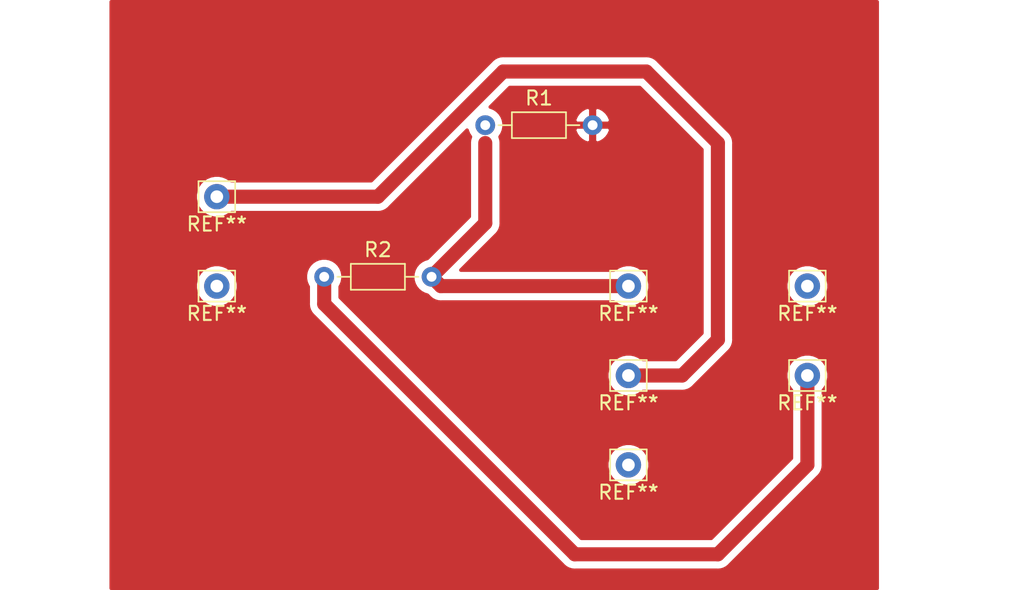
<source format=kicad_pcb>
(kicad_pcb (version 20171130) (host pcbnew "(5.1.4)-1")

  (general
    (thickness 1.6)
    (drawings 0)
    (tracks 16)
    (zones 0)
    (modules 9)
    (nets 4)
  )

  (page A4)
  (layers
    (0 F.Cu signal)
    (31 B.Cu signal)
    (32 B.Adhes user)
    (33 F.Adhes user)
    (34 B.Paste user)
    (35 F.Paste user)
    (36 B.SilkS user)
    (37 F.SilkS user)
    (38 B.Mask user)
    (39 F.Mask user)
    (40 Dwgs.User user)
    (41 Cmts.User user)
    (42 Eco1.User user)
    (43 Eco2.User user)
    (44 Edge.Cuts user)
    (45 Margin user)
    (46 B.CrtYd user)
    (47 F.CrtYd user)
    (48 B.Fab user)
    (49 F.Fab user)
  )

  (setup
    (last_trace_width 1)
    (user_trace_width 1)
    (trace_clearance 0.2)
    (zone_clearance 0.508)
    (zone_45_only no)
    (trace_min 0.2)
    (via_size 0.8)
    (via_drill 0.4)
    (via_min_size 0.4)
    (via_min_drill 0.3)
    (uvia_size 0.3)
    (uvia_drill 0.1)
    (uvias_allowed no)
    (uvia_min_size 0.2)
    (uvia_min_drill 0.1)
    (edge_width 0.05)
    (segment_width 0.2)
    (pcb_text_width 0.3)
    (pcb_text_size 1.5 1.5)
    (mod_edge_width 0.12)
    (mod_text_size 1 1)
    (mod_text_width 0.15)
    (pad_size 1.524 1.524)
    (pad_drill 0.762)
    (pad_to_mask_clearance 0.051)
    (solder_mask_min_width 0.25)
    (aux_axis_origin 0 0)
    (visible_elements FFFFFF7F)
    (pcbplotparams
      (layerselection 0x010fc_ffffffff)
      (usegerberextensions false)
      (usegerberattributes false)
      (usegerberadvancedattributes false)
      (creategerberjobfile false)
      (excludeedgelayer true)
      (linewidth 0.100000)
      (plotframeref false)
      (viasonmask false)
      (mode 1)
      (useauxorigin false)
      (hpglpennumber 1)
      (hpglpenspeed 20)
      (hpglpendiameter 15.000000)
      (psnegative false)
      (psa4output false)
      (plotreference true)
      (plotvalue true)
      (plotinvisibletext false)
      (padsonsilk false)
      (subtractmaskfromsilk false)
      (outputformat 1)
      (mirror false)
      (drillshape 1)
      (scaleselection 1)
      (outputdirectory ""))
  )

  (net 0 "")
  (net 1 Earth)
  (net 2 "Net-(R1-Pad1)")
  (net 3 "Net-(R2-Pad1)")

  (net_class Default "Esta es la clase de red por defecto."
    (clearance 0.2)
    (trace_width 0.25)
    (via_dia 0.8)
    (via_drill 0.4)
    (uvia_dia 0.3)
    (uvia_drill 0.1)
    (add_net Earth)
    (add_net "Net-(R1-Pad1)")
    (add_net "Net-(R2-Pad1)")
  )

  (module Connector_Pin:Pin_D0.9mm_L10.0mm_W2.4mm_FlatFork (layer F.Cu) (tedit 5A1DC084) (tstamp 5DB9C3DD)
    (at 153.67 91.44)
    (descr "solder Pin_ with flat fork, hole diameter 0.9mm, length 10.0mm, width 2.4mm")
    (tags "solder Pin_ with flat fork")
    (fp_text reference REF** (at 0 1.95) (layer F.SilkS)
      (effects (font (size 1 1) (thickness 0.15)))
    )
    (fp_text value Pin_D0.9mm_L10.0mm_W2.4mm_FlatFork (at 0 -2.05) (layer F.Fab)
      (effects (font (size 1 1) (thickness 0.15)))
    )
    (fp_line (start 1.7 1.4) (end -1.7 1.4) (layer F.CrtYd) (width 0.05))
    (fp_line (start 1.7 1.4) (end 1.7 -1.4) (layer F.CrtYd) (width 0.05))
    (fp_line (start -1.7 -1.4) (end -1.7 1.4) (layer F.CrtYd) (width 0.05))
    (fp_line (start -1.7 -1.4) (end 1.7 -1.4) (layer F.CrtYd) (width 0.05))
    (fp_line (start 1.2 -0.25) (end -1.2 -0.25) (layer F.Fab) (width 0.12))
    (fp_line (start 1.2 0.25) (end 1.2 -0.25) (layer F.Fab) (width 0.12))
    (fp_line (start -1.2 0.25) (end 1.2 0.25) (layer F.Fab) (width 0.12))
    (fp_line (start -1.2 -0.25) (end -1.2 0.25) (layer F.Fab) (width 0.12))
    (fp_line (start 1.3 -1.1) (end -1.3 -1.1) (layer F.SilkS) (width 0.12))
    (fp_line (start 1.3 1.1) (end 1.3 -1.1) (layer F.SilkS) (width 0.12))
    (fp_line (start -1.3 1.1) (end 1.3 1.1) (layer F.SilkS) (width 0.12))
    (fp_line (start -1.3 0.6) (end -1.3 1.1) (layer F.SilkS) (width 0.12))
    (fp_line (start -1.3 -1.1) (end -1.3 0.6) (layer F.SilkS) (width 0.12))
    (fp_text user %R (at 0 1.95) (layer F.Fab)
      (effects (font (size 1 1) (thickness 0.15)))
    )
    (pad 1 thru_hole circle (at 0 0) (size 1.8 1.8) (drill 0.9) (layers *.Cu *.Mask))
    (model ${KISYS3DMOD}/Connector_Pin.3dshapes/Pin_D0.9mm_L10.0mm_W2.4mm_FlatFork.wrl
      (at (xyz 0 0 0))
      (scale (xyz 1 1 1))
      (rotate (xyz 0 0 0))
    )
  )

  (module Connector_Pin:Pin_D0.9mm_L10.0mm_W2.4mm_FlatFork (layer F.Cu) (tedit 5A1DC084) (tstamp 5DB9C394)
    (at 153.67 85.09)
    (descr "solder Pin_ with flat fork, hole diameter 0.9mm, length 10.0mm, width 2.4mm")
    (tags "solder Pin_ with flat fork")
    (fp_text reference REF** (at 0 1.95) (layer F.SilkS)
      (effects (font (size 1 1) (thickness 0.15)))
    )
    (fp_text value Pin_D0.9mm_L10.0mm_W2.4mm_FlatFork (at 0 -2.05) (layer F.Fab)
      (effects (font (size 1 1) (thickness 0.15)))
    )
    (fp_line (start 1.7 1.4) (end -1.7 1.4) (layer F.CrtYd) (width 0.05))
    (fp_line (start 1.7 1.4) (end 1.7 -1.4) (layer F.CrtYd) (width 0.05))
    (fp_line (start -1.7 -1.4) (end -1.7 1.4) (layer F.CrtYd) (width 0.05))
    (fp_line (start -1.7 -1.4) (end 1.7 -1.4) (layer F.CrtYd) (width 0.05))
    (fp_line (start 1.2 -0.25) (end -1.2 -0.25) (layer F.Fab) (width 0.12))
    (fp_line (start 1.2 0.25) (end 1.2 -0.25) (layer F.Fab) (width 0.12))
    (fp_line (start -1.2 0.25) (end 1.2 0.25) (layer F.Fab) (width 0.12))
    (fp_line (start -1.2 -0.25) (end -1.2 0.25) (layer F.Fab) (width 0.12))
    (fp_line (start 1.3 -1.1) (end -1.3 -1.1) (layer F.SilkS) (width 0.12))
    (fp_line (start 1.3 1.1) (end 1.3 -1.1) (layer F.SilkS) (width 0.12))
    (fp_line (start -1.3 1.1) (end 1.3 1.1) (layer F.SilkS) (width 0.12))
    (fp_line (start -1.3 0.6) (end -1.3 1.1) (layer F.SilkS) (width 0.12))
    (fp_line (start -1.3 -1.1) (end -1.3 0.6) (layer F.SilkS) (width 0.12))
    (fp_text user %R (at 0 1.95) (layer F.Fab)
      (effects (font (size 1 1) (thickness 0.15)))
    )
    (pad 1 thru_hole circle (at 0 0) (size 1.8 1.8) (drill 0.9) (layers *.Cu *.Mask))
    (model ${KISYS3DMOD}/Connector_Pin.3dshapes/Pin_D0.9mm_L10.0mm_W2.4mm_FlatFork.wrl
      (at (xyz 0 0 0))
      (scale (xyz 1 1 1))
      (rotate (xyz 0 0 0))
    )
  )

  (module Connector_Pin:Pin_D0.9mm_L10.0mm_W2.4mm_FlatFork (layer F.Cu) (tedit 5A1DC084) (tstamp 5DB9C128)
    (at 182.88 97.79)
    (descr "solder Pin_ with flat fork, hole diameter 0.9mm, length 10.0mm, width 2.4mm")
    (tags "solder Pin_ with flat fork")
    (fp_text reference REF** (at 0 1.95) (layer F.SilkS)
      (effects (font (size 1 1) (thickness 0.15)))
    )
    (fp_text value Pin_D0.9mm_L10.0mm_W2.4mm_FlatFork (at 0 -2.05) (layer F.Fab)
      (effects (font (size 1 1) (thickness 0.15)))
    )
    (fp_text user %R (at 0 1.95) (layer F.Fab)
      (effects (font (size 1 1) (thickness 0.15)))
    )
    (fp_line (start -1.3 -1.1) (end -1.3 0.6) (layer F.SilkS) (width 0.12))
    (fp_line (start -1.3 0.6) (end -1.3 1.1) (layer F.SilkS) (width 0.12))
    (fp_line (start -1.3 1.1) (end 1.3 1.1) (layer F.SilkS) (width 0.12))
    (fp_line (start 1.3 1.1) (end 1.3 -1.1) (layer F.SilkS) (width 0.12))
    (fp_line (start 1.3 -1.1) (end -1.3 -1.1) (layer F.SilkS) (width 0.12))
    (fp_line (start -1.2 -0.25) (end -1.2 0.25) (layer F.Fab) (width 0.12))
    (fp_line (start -1.2 0.25) (end 1.2 0.25) (layer F.Fab) (width 0.12))
    (fp_line (start 1.2 0.25) (end 1.2 -0.25) (layer F.Fab) (width 0.12))
    (fp_line (start 1.2 -0.25) (end -1.2 -0.25) (layer F.Fab) (width 0.12))
    (fp_line (start -1.7 -1.4) (end 1.7 -1.4) (layer F.CrtYd) (width 0.05))
    (fp_line (start -1.7 -1.4) (end -1.7 1.4) (layer F.CrtYd) (width 0.05))
    (fp_line (start 1.7 1.4) (end 1.7 -1.4) (layer F.CrtYd) (width 0.05))
    (fp_line (start 1.7 1.4) (end -1.7 1.4) (layer F.CrtYd) (width 0.05))
    (pad 1 thru_hole circle (at 0 0) (size 1.8 1.8) (drill 0.9) (layers *.Cu *.Mask))
    (model ${KISYS3DMOD}/Connector_Pin.3dshapes/Pin_D0.9mm_L10.0mm_W2.4mm_FlatFork.wrl
      (at (xyz 0 0 0))
      (scale (xyz 1 1 1))
      (rotate (xyz 0 0 0))
    )
  )

  (module Connector_Pin:Pin_D0.9mm_L10.0mm_W2.4mm_FlatFork (layer F.Cu) (tedit 5A1DC084) (tstamp 5DB9C116)
    (at 182.88 91.44)
    (descr "solder Pin_ with flat fork, hole diameter 0.9mm, length 10.0mm, width 2.4mm")
    (tags "solder Pin_ with flat fork")
    (fp_text reference REF** (at 0 1.95) (layer F.SilkS)
      (effects (font (size 1 1) (thickness 0.15)))
    )
    (fp_text value Pin_D0.9mm_L10.0mm_W2.4mm_FlatFork (at 0 -2.05) (layer F.Fab)
      (effects (font (size 1 1) (thickness 0.15)))
    )
    (fp_text user %R (at 0 1.95) (layer F.Fab)
      (effects (font (size 1 1) (thickness 0.15)))
    )
    (fp_line (start -1.3 -1.1) (end -1.3 0.6) (layer F.SilkS) (width 0.12))
    (fp_line (start -1.3 0.6) (end -1.3 1.1) (layer F.SilkS) (width 0.12))
    (fp_line (start -1.3 1.1) (end 1.3 1.1) (layer F.SilkS) (width 0.12))
    (fp_line (start 1.3 1.1) (end 1.3 -1.1) (layer F.SilkS) (width 0.12))
    (fp_line (start 1.3 -1.1) (end -1.3 -1.1) (layer F.SilkS) (width 0.12))
    (fp_line (start -1.2 -0.25) (end -1.2 0.25) (layer F.Fab) (width 0.12))
    (fp_line (start -1.2 0.25) (end 1.2 0.25) (layer F.Fab) (width 0.12))
    (fp_line (start 1.2 0.25) (end 1.2 -0.25) (layer F.Fab) (width 0.12))
    (fp_line (start 1.2 -0.25) (end -1.2 -0.25) (layer F.Fab) (width 0.12))
    (fp_line (start -1.7 -1.4) (end 1.7 -1.4) (layer F.CrtYd) (width 0.05))
    (fp_line (start -1.7 -1.4) (end -1.7 1.4) (layer F.CrtYd) (width 0.05))
    (fp_line (start 1.7 1.4) (end 1.7 -1.4) (layer F.CrtYd) (width 0.05))
    (fp_line (start 1.7 1.4) (end -1.7 1.4) (layer F.CrtYd) (width 0.05))
    (pad 1 thru_hole circle (at 0 0) (size 1.8 1.8) (drill 0.9) (layers *.Cu *.Mask))
    (model ${KISYS3DMOD}/Connector_Pin.3dshapes/Pin_D0.9mm_L10.0mm_W2.4mm_FlatFork.wrl
      (at (xyz 0 0 0))
      (scale (xyz 1 1 1))
      (rotate (xyz 0 0 0))
    )
  )

  (module Connector_Pin:Pin_D0.9mm_L10.0mm_W2.4mm_FlatFork (layer F.Cu) (tedit 5A1DC084) (tstamp 5DB9C104)
    (at 195.58 91.44)
    (descr "solder Pin_ with flat fork, hole diameter 0.9mm, length 10.0mm, width 2.4mm")
    (tags "solder Pin_ with flat fork")
    (fp_text reference REF** (at 0 1.95) (layer F.SilkS)
      (effects (font (size 1 1) (thickness 0.15)))
    )
    (fp_text value Pin_D0.9mm_L10.0mm_W2.4mm_FlatFork (at 0 -2.05) (layer F.Fab)
      (effects (font (size 1 1) (thickness 0.15)))
    )
    (fp_text user %R (at 0 1.95) (layer F.Fab)
      (effects (font (size 1 1) (thickness 0.15)))
    )
    (fp_line (start -1.3 -1.1) (end -1.3 0.6) (layer F.SilkS) (width 0.12))
    (fp_line (start -1.3 0.6) (end -1.3 1.1) (layer F.SilkS) (width 0.12))
    (fp_line (start -1.3 1.1) (end 1.3 1.1) (layer F.SilkS) (width 0.12))
    (fp_line (start 1.3 1.1) (end 1.3 -1.1) (layer F.SilkS) (width 0.12))
    (fp_line (start 1.3 -1.1) (end -1.3 -1.1) (layer F.SilkS) (width 0.12))
    (fp_line (start -1.2 -0.25) (end -1.2 0.25) (layer F.Fab) (width 0.12))
    (fp_line (start -1.2 0.25) (end 1.2 0.25) (layer F.Fab) (width 0.12))
    (fp_line (start 1.2 0.25) (end 1.2 -0.25) (layer F.Fab) (width 0.12))
    (fp_line (start 1.2 -0.25) (end -1.2 -0.25) (layer F.Fab) (width 0.12))
    (fp_line (start -1.7 -1.4) (end 1.7 -1.4) (layer F.CrtYd) (width 0.05))
    (fp_line (start -1.7 -1.4) (end -1.7 1.4) (layer F.CrtYd) (width 0.05))
    (fp_line (start 1.7 1.4) (end 1.7 -1.4) (layer F.CrtYd) (width 0.05))
    (fp_line (start 1.7 1.4) (end -1.7 1.4) (layer F.CrtYd) (width 0.05))
    (pad 1 thru_hole circle (at 0 0) (size 1.8 1.8) (drill 0.9) (layers *.Cu *.Mask))
    (model ${KISYS3DMOD}/Connector_Pin.3dshapes/Pin_D0.9mm_L10.0mm_W2.4mm_FlatFork.wrl
      (at (xyz 0 0 0))
      (scale (xyz 1 1 1))
      (rotate (xyz 0 0 0))
    )
  )

  (module Connector_Pin:Pin_D0.9mm_L10.0mm_W2.4mm_FlatFork (layer F.Cu) (tedit 5A1DC084) (tstamp 5DB9C0F2)
    (at 182.88 104.14)
    (descr "solder Pin_ with flat fork, hole diameter 0.9mm, length 10.0mm, width 2.4mm")
    (tags "solder Pin_ with flat fork")
    (fp_text reference REF** (at 0 1.95) (layer F.SilkS)
      (effects (font (size 1 1) (thickness 0.15)))
    )
    (fp_text value Pin_D0.9mm_L10.0mm_W2.4mm_FlatFork (at 0 -2.05) (layer F.Fab)
      (effects (font (size 1 1) (thickness 0.15)))
    )
    (fp_text user %R (at 0 1.95) (layer F.Fab)
      (effects (font (size 1 1) (thickness 0.15)))
    )
    (fp_line (start -1.3 -1.1) (end -1.3 0.6) (layer F.SilkS) (width 0.12))
    (fp_line (start -1.3 0.6) (end -1.3 1.1) (layer F.SilkS) (width 0.12))
    (fp_line (start -1.3 1.1) (end 1.3 1.1) (layer F.SilkS) (width 0.12))
    (fp_line (start 1.3 1.1) (end 1.3 -1.1) (layer F.SilkS) (width 0.12))
    (fp_line (start 1.3 -1.1) (end -1.3 -1.1) (layer F.SilkS) (width 0.12))
    (fp_line (start -1.2 -0.25) (end -1.2 0.25) (layer F.Fab) (width 0.12))
    (fp_line (start -1.2 0.25) (end 1.2 0.25) (layer F.Fab) (width 0.12))
    (fp_line (start 1.2 0.25) (end 1.2 -0.25) (layer F.Fab) (width 0.12))
    (fp_line (start 1.2 -0.25) (end -1.2 -0.25) (layer F.Fab) (width 0.12))
    (fp_line (start -1.7 -1.4) (end 1.7 -1.4) (layer F.CrtYd) (width 0.05))
    (fp_line (start -1.7 -1.4) (end -1.7 1.4) (layer F.CrtYd) (width 0.05))
    (fp_line (start 1.7 1.4) (end 1.7 -1.4) (layer F.CrtYd) (width 0.05))
    (fp_line (start 1.7 1.4) (end -1.7 1.4) (layer F.CrtYd) (width 0.05))
    (pad 1 thru_hole circle (at 0 0) (size 1.8 1.8) (drill 0.9) (layers *.Cu *.Mask))
    (model ${KISYS3DMOD}/Connector_Pin.3dshapes/Pin_D0.9mm_L10.0mm_W2.4mm_FlatFork.wrl
      (at (xyz 0 0 0))
      (scale (xyz 1 1 1))
      (rotate (xyz 0 0 0))
    )
  )

  (module Connector_Pin:Pin_D0.9mm_L10.0mm_W2.4mm_FlatFork (layer F.Cu) (tedit 5A1DC084) (tstamp 5DB9C0E0)
    (at 195.58 97.79)
    (descr "solder Pin_ with flat fork, hole diameter 0.9mm, length 10.0mm, width 2.4mm")
    (tags "solder Pin_ with flat fork")
    (fp_text reference REF** (at 0 1.95) (layer F.SilkS)
      (effects (font (size 1 1) (thickness 0.15)))
    )
    (fp_text value Pin_D0.9mm_L10.0mm_W2.4mm_FlatFork (at 0 -2.05) (layer F.Fab)
      (effects (font (size 1 1) (thickness 0.15)))
    )
    (fp_text user %R (at 0 1.95) (layer F.Fab)
      (effects (font (size 1 1) (thickness 0.15)))
    )
    (fp_line (start -1.3 -1.1) (end -1.3 0.6) (layer F.SilkS) (width 0.12))
    (fp_line (start -1.3 0.6) (end -1.3 1.1) (layer F.SilkS) (width 0.12))
    (fp_line (start -1.3 1.1) (end 1.3 1.1) (layer F.SilkS) (width 0.12))
    (fp_line (start 1.3 1.1) (end 1.3 -1.1) (layer F.SilkS) (width 0.12))
    (fp_line (start 1.3 -1.1) (end -1.3 -1.1) (layer F.SilkS) (width 0.12))
    (fp_line (start -1.2 -0.25) (end -1.2 0.25) (layer F.Fab) (width 0.12))
    (fp_line (start -1.2 0.25) (end 1.2 0.25) (layer F.Fab) (width 0.12))
    (fp_line (start 1.2 0.25) (end 1.2 -0.25) (layer F.Fab) (width 0.12))
    (fp_line (start 1.2 -0.25) (end -1.2 -0.25) (layer F.Fab) (width 0.12))
    (fp_line (start -1.7 -1.4) (end 1.7 -1.4) (layer F.CrtYd) (width 0.05))
    (fp_line (start -1.7 -1.4) (end -1.7 1.4) (layer F.CrtYd) (width 0.05))
    (fp_line (start 1.7 1.4) (end 1.7 -1.4) (layer F.CrtYd) (width 0.05))
    (fp_line (start 1.7 1.4) (end -1.7 1.4) (layer F.CrtYd) (width 0.05))
    (pad 1 thru_hole circle (at 0 0) (size 1.8 1.8) (drill 0.9) (layers *.Cu *.Mask))
    (model ${KISYS3DMOD}/Connector_Pin.3dshapes/Pin_D0.9mm_L10.0mm_W2.4mm_FlatFork.wrl
      (at (xyz 0 0 0))
      (scale (xyz 1 1 1))
      (rotate (xyz 0 0 0))
    )
  )

  (module Resistor_THT:R_Axial_DIN0204_L3.6mm_D1.6mm_P7.62mm_Horizontal (layer F.Cu) (tedit 5AE5139B) (tstamp 5DB9C25C)
    (at 161.29 90.78)
    (descr "Resistor, Axial_DIN0204 series, Axial, Horizontal, pin pitch=7.62mm, 0.167W, length*diameter=3.6*1.6mm^2, http://cdn-reichelt.de/documents/datenblatt/B400/1_4W%23YAG.pdf")
    (tags "Resistor Axial_DIN0204 series Axial Horizontal pin pitch 7.62mm 0.167W length 3.6mm diameter 1.6mm")
    (path /5DB98986)
    (fp_text reference R2 (at 3.81 -1.92) (layer F.SilkS)
      (effects (font (size 1 1) (thickness 0.15)))
    )
    (fp_text value R (at 3.81 1.92) (layer F.Fab)
      (effects (font (size 1 1) (thickness 0.15)))
    )
    (fp_text user %R (at 3.81 0) (layer F.Fab)
      (effects (font (size 0.72 0.72) (thickness 0.108)))
    )
    (fp_line (start 8.57 -1.05) (end -0.95 -1.05) (layer F.CrtYd) (width 0.05))
    (fp_line (start 8.57 1.05) (end 8.57 -1.05) (layer F.CrtYd) (width 0.05))
    (fp_line (start -0.95 1.05) (end 8.57 1.05) (layer F.CrtYd) (width 0.05))
    (fp_line (start -0.95 -1.05) (end -0.95 1.05) (layer F.CrtYd) (width 0.05))
    (fp_line (start 6.68 0) (end 5.73 0) (layer F.SilkS) (width 0.12))
    (fp_line (start 0.94 0) (end 1.89 0) (layer F.SilkS) (width 0.12))
    (fp_line (start 5.73 -0.92) (end 1.89 -0.92) (layer F.SilkS) (width 0.12))
    (fp_line (start 5.73 0.92) (end 5.73 -0.92) (layer F.SilkS) (width 0.12))
    (fp_line (start 1.89 0.92) (end 5.73 0.92) (layer F.SilkS) (width 0.12))
    (fp_line (start 1.89 -0.92) (end 1.89 0.92) (layer F.SilkS) (width 0.12))
    (fp_line (start 7.62 0) (end 5.61 0) (layer F.Fab) (width 0.1))
    (fp_line (start 0 0) (end 2.01 0) (layer F.Fab) (width 0.1))
    (fp_line (start 5.61 -0.8) (end 2.01 -0.8) (layer F.Fab) (width 0.1))
    (fp_line (start 5.61 0.8) (end 5.61 -0.8) (layer F.Fab) (width 0.1))
    (fp_line (start 2.01 0.8) (end 5.61 0.8) (layer F.Fab) (width 0.1))
    (fp_line (start 2.01 -0.8) (end 2.01 0.8) (layer F.Fab) (width 0.1))
    (pad 2 thru_hole oval (at 7.62 0) (size 1.4 1.4) (drill 0.7) (layers *.Cu *.Mask)
      (net 2 "Net-(R1-Pad1)"))
    (pad 1 thru_hole circle (at 0 0) (size 1.4 1.4) (drill 0.7) (layers *.Cu *.Mask)
      (net 3 "Net-(R2-Pad1)"))
    (model ${KISYS3DMOD}/Resistor_THT.3dshapes/R_Axial_DIN0204_L3.6mm_D1.6mm_P7.62mm_Horizontal.wrl
      (at (xyz 0 0 0))
      (scale (xyz 1 1 1))
      (rotate (xyz 0 0 0))
    )
  )

  (module Resistor_THT:R_Axial_DIN0204_L3.6mm_D1.6mm_P7.62mm_Horizontal (layer F.Cu) (tedit 5AE5139B) (tstamp 5DB9C245)
    (at 172.72 80.01)
    (descr "Resistor, Axial_DIN0204 series, Axial, Horizontal, pin pitch=7.62mm, 0.167W, length*diameter=3.6*1.6mm^2, http://cdn-reichelt.de/documents/datenblatt/B400/1_4W%23YAG.pdf")
    (tags "Resistor Axial_DIN0204 series Axial Horizontal pin pitch 7.62mm 0.167W length 3.6mm diameter 1.6mm")
    (path /5DB98C81)
    (fp_text reference R1 (at 3.81 -1.92) (layer F.SilkS)
      (effects (font (size 1 1) (thickness 0.15)))
    )
    (fp_text value R (at 3.81 1.92) (layer F.Fab)
      (effects (font (size 1 1) (thickness 0.15)))
    )
    (fp_text user %R (at 3.81 0) (layer F.Fab)
      (effects (font (size 0.72 0.72) (thickness 0.108)))
    )
    (fp_line (start 8.57 -1.05) (end -0.95 -1.05) (layer F.CrtYd) (width 0.05))
    (fp_line (start 8.57 1.05) (end 8.57 -1.05) (layer F.CrtYd) (width 0.05))
    (fp_line (start -0.95 1.05) (end 8.57 1.05) (layer F.CrtYd) (width 0.05))
    (fp_line (start -0.95 -1.05) (end -0.95 1.05) (layer F.CrtYd) (width 0.05))
    (fp_line (start 6.68 0) (end 5.73 0) (layer F.SilkS) (width 0.12))
    (fp_line (start 0.94 0) (end 1.89 0) (layer F.SilkS) (width 0.12))
    (fp_line (start 5.73 -0.92) (end 1.89 -0.92) (layer F.SilkS) (width 0.12))
    (fp_line (start 5.73 0.92) (end 5.73 -0.92) (layer F.SilkS) (width 0.12))
    (fp_line (start 1.89 0.92) (end 5.73 0.92) (layer F.SilkS) (width 0.12))
    (fp_line (start 1.89 -0.92) (end 1.89 0.92) (layer F.SilkS) (width 0.12))
    (fp_line (start 7.62 0) (end 5.61 0) (layer F.Fab) (width 0.1))
    (fp_line (start 0 0) (end 2.01 0) (layer F.Fab) (width 0.1))
    (fp_line (start 5.61 -0.8) (end 2.01 -0.8) (layer F.Fab) (width 0.1))
    (fp_line (start 5.61 0.8) (end 5.61 -0.8) (layer F.Fab) (width 0.1))
    (fp_line (start 2.01 0.8) (end 5.61 0.8) (layer F.Fab) (width 0.1))
    (fp_line (start 2.01 -0.8) (end 2.01 0.8) (layer F.Fab) (width 0.1))
    (pad 2 thru_hole oval (at 7.62 0) (size 1.4 1.4) (drill 0.7) (layers *.Cu *.Mask)
      (net 1 Earth))
    (pad 1 thru_hole circle (at 0 0) (size 1.4 1.4) (drill 0.7) (layers *.Cu *.Mask)
      (net 2 "Net-(R1-Pad1)"))
    (model ${KISYS3DMOD}/Resistor_THT.3dshapes/R_Axial_DIN0204_L3.6mm_D1.6mm_P7.62mm_Horizontal.wrl
      (at (xyz 0 0 0))
      (scale (xyz 1 1 1))
      (rotate (xyz 0 0 0))
    )
  )

  (segment (start 153.67 85.09) (end 165.1 85.09) (width 1) (layer F.Cu) (net 0))
  (segment (start 165.1 85.09) (end 173.99 76.2) (width 1) (layer F.Cu) (net 0))
  (segment (start 173.99 76.2) (end 184.15 76.2) (width 1) (layer F.Cu) (net 0))
  (segment (start 184.15 76.2) (end 189.23 81.28) (width 1) (layer F.Cu) (net 0))
  (segment (start 189.23 81.28) (end 189.23 95.25) (width 1) (layer F.Cu) (net 0))
  (segment (start 186.69 97.79) (end 182.88 97.79) (width 1) (layer F.Cu) (net 0))
  (segment (start 189.23 95.25) (end 186.69 97.79) (width 1) (layer F.Cu) (net 0))
  (segment (start 169.57 91.44) (end 168.91 90.78) (width 1) (layer F.Cu) (net 2))
  (segment (start 182.88 91.44) (end 169.57 91.44) (width 1) (layer F.Cu) (net 2))
  (segment (start 172.72 86.97) (end 168.91 90.78) (width 1) (layer F.Cu) (net 2))
  (segment (start 172.72 81.28) (end 172.72 86.97) (width 1) (layer F.Cu) (net 2))
  (segment (start 161.29 90.78) (end 161.29 92.71) (width 1) (layer F.Cu) (net 3))
  (segment (start 161.29 92.71) (end 179.07 110.49) (width 1) (layer F.Cu) (net 3))
  (segment (start 179.07 110.49) (end 189.23 110.49) (width 1) (layer F.Cu) (net 3))
  (segment (start 195.58 104.14) (end 195.58 97.79) (width 1) (layer F.Cu) (net 3))
  (segment (start 189.23 110.49) (end 195.58 104.14) (width 1) (layer F.Cu) (net 3))

  (zone (net 1) (net_name Earth) (layer F.Cu) (tstamp 0) (hatch edge 0.508)
    (connect_pads (clearance 0.508))
    (min_thickness 0.254)
    (fill yes (arc_segments 32) (thermal_gap 0.508) (thermal_bridge_width 0.508))
    (polygon
      (pts
        (xy 146.05 71.12) (xy 200.66 71.12) (xy 200.66 113.03) (xy 146.05 113.03)
      )
    )
    (filled_polygon
      (pts
        (xy 200.533 112.903) (xy 146.177 112.903) (xy 146.177 91.288816) (xy 152.135 91.288816) (xy 152.135 91.591184)
        (xy 152.193989 91.887743) (xy 152.309701 92.167095) (xy 152.477688 92.418505) (xy 152.691495 92.632312) (xy 152.942905 92.800299)
        (xy 153.222257 92.916011) (xy 153.518816 92.975) (xy 153.821184 92.975) (xy 154.117743 92.916011) (xy 154.397095 92.800299)
        (xy 154.648505 92.632312) (xy 154.862312 92.418505) (xy 155.030299 92.167095) (xy 155.146011 91.887743) (xy 155.205 91.591184)
        (xy 155.205 91.288816) (xy 155.146011 90.992257) (xy 155.030299 90.712905) (xy 154.987275 90.648514) (xy 159.955 90.648514)
        (xy 159.955 90.911486) (xy 160.006304 91.169405) (xy 160.106939 91.412359) (xy 160.155 91.484288) (xy 160.155001 92.654239)
        (xy 160.149509 92.71) (xy 160.171423 92.932498) (xy 160.236324 93.146446) (xy 160.236325 93.146447) (xy 160.341717 93.343623)
        (xy 160.483552 93.516449) (xy 160.52686 93.551991) (xy 178.228009 111.253141) (xy 178.263551 111.296449) (xy 178.436377 111.438284)
        (xy 178.633553 111.543676) (xy 178.797705 111.593471) (xy 178.8475 111.608577) (xy 179.069999 111.630491) (xy 179.125751 111.625)
        (xy 189.174249 111.625) (xy 189.23 111.630491) (xy 189.285751 111.625) (xy 189.285752 111.625) (xy 189.452499 111.608577)
        (xy 189.666447 111.543676) (xy 189.863623 111.438284) (xy 190.036449 111.296449) (xy 190.071996 111.253135) (xy 196.343141 104.981991)
        (xy 196.386449 104.946449) (xy 196.528284 104.773623) (xy 196.633676 104.576447) (xy 196.698577 104.362499) (xy 196.715 104.195752)
        (xy 196.715 104.195751) (xy 196.720491 104.140001) (xy 196.715 104.084249) (xy 196.715 98.825817) (xy 196.772312 98.768505)
        (xy 196.940299 98.517095) (xy 197.056011 98.237743) (xy 197.115 97.941184) (xy 197.115 97.638816) (xy 197.056011 97.342257)
        (xy 196.940299 97.062905) (xy 196.772312 96.811495) (xy 196.558505 96.597688) (xy 196.307095 96.429701) (xy 196.027743 96.313989)
        (xy 195.731184 96.255) (xy 195.428816 96.255) (xy 195.132257 96.313989) (xy 194.852905 96.429701) (xy 194.601495 96.597688)
        (xy 194.387688 96.811495) (xy 194.219701 97.062905) (xy 194.103989 97.342257) (xy 194.045 97.638816) (xy 194.045 97.941184)
        (xy 194.103989 98.237743) (xy 194.219701 98.517095) (xy 194.387688 98.768505) (xy 194.445001 98.825818) (xy 194.445 103.669868)
        (xy 188.759869 109.355) (xy 179.540132 109.355) (xy 174.173948 103.988816) (xy 181.345 103.988816) (xy 181.345 104.291184)
        (xy 181.403989 104.587743) (xy 181.519701 104.867095) (xy 181.687688 105.118505) (xy 181.901495 105.332312) (xy 182.152905 105.500299)
        (xy 182.432257 105.616011) (xy 182.728816 105.675) (xy 183.031184 105.675) (xy 183.327743 105.616011) (xy 183.607095 105.500299)
        (xy 183.858505 105.332312) (xy 184.072312 105.118505) (xy 184.240299 104.867095) (xy 184.356011 104.587743) (xy 184.415 104.291184)
        (xy 184.415 103.988816) (xy 184.356011 103.692257) (xy 184.240299 103.412905) (xy 184.072312 103.161495) (xy 183.858505 102.947688)
        (xy 183.607095 102.779701) (xy 183.327743 102.663989) (xy 183.031184 102.605) (xy 182.728816 102.605) (xy 182.432257 102.663989)
        (xy 182.152905 102.779701) (xy 181.901495 102.947688) (xy 181.687688 103.161495) (xy 181.519701 103.412905) (xy 181.403989 103.692257)
        (xy 181.345 103.988816) (xy 174.173948 103.988816) (xy 162.425 92.239869) (xy 162.425 91.484288) (xy 162.473061 91.412359)
        (xy 162.573696 91.169405) (xy 162.625 90.911486) (xy 162.625 90.648514) (xy 162.573696 90.390595) (xy 162.473061 90.147641)
        (xy 162.326962 89.928987) (xy 162.141013 89.743038) (xy 161.922359 89.596939) (xy 161.679405 89.496304) (xy 161.421486 89.445)
        (xy 161.158514 89.445) (xy 160.900595 89.496304) (xy 160.657641 89.596939) (xy 160.438987 89.743038) (xy 160.253038 89.928987)
        (xy 160.106939 90.147641) (xy 160.006304 90.390595) (xy 159.955 90.648514) (xy 154.987275 90.648514) (xy 154.862312 90.461495)
        (xy 154.648505 90.247688) (xy 154.397095 90.079701) (xy 154.117743 89.963989) (xy 153.821184 89.905) (xy 153.518816 89.905)
        (xy 153.222257 89.963989) (xy 152.942905 90.079701) (xy 152.691495 90.247688) (xy 152.477688 90.461495) (xy 152.309701 90.712905)
        (xy 152.193989 90.992257) (xy 152.135 91.288816) (xy 146.177 91.288816) (xy 146.177 84.938816) (xy 152.135 84.938816)
        (xy 152.135 85.241184) (xy 152.193989 85.537743) (xy 152.309701 85.817095) (xy 152.477688 86.068505) (xy 152.691495 86.282312)
        (xy 152.942905 86.450299) (xy 153.222257 86.566011) (xy 153.518816 86.625) (xy 153.821184 86.625) (xy 154.117743 86.566011)
        (xy 154.397095 86.450299) (xy 154.648505 86.282312) (xy 154.705817 86.225) (xy 165.044249 86.225) (xy 165.1 86.230491)
        (xy 165.155751 86.225) (xy 165.155752 86.225) (xy 165.322499 86.208577) (xy 165.536447 86.143676) (xy 165.733623 86.038284)
        (xy 165.906449 85.896449) (xy 165.941996 85.853135) (xy 171.429572 80.36556) (xy 171.436304 80.399405) (xy 171.536939 80.642359)
        (xy 171.668568 80.839356) (xy 171.666324 80.843554) (xy 171.601423 81.057502) (xy 171.585 81.224249) (xy 171.585001 86.499866)
        (xy 168.608472 89.476397) (xy 168.396646 89.540653) (xy 168.164725 89.664618) (xy 167.961445 89.831445) (xy 167.794618 90.034725)
        (xy 167.670653 90.266646) (xy 167.594317 90.518294) (xy 167.568541 90.78) (xy 167.594317 91.041706) (xy 167.670653 91.293354)
        (xy 167.794618 91.525275) (xy 167.961445 91.728555) (xy 168.164725 91.895382) (xy 168.396646 92.019347) (xy 168.608472 92.083603)
        (xy 168.728004 92.203135) (xy 168.763551 92.246449) (xy 168.936377 92.388284) (xy 169.122002 92.487502) (xy 169.133553 92.493676)
        (xy 169.347501 92.558577) (xy 169.57 92.580491) (xy 169.625751 92.575) (xy 181.844183 92.575) (xy 181.901495 92.632312)
        (xy 182.152905 92.800299) (xy 182.432257 92.916011) (xy 182.728816 92.975) (xy 183.031184 92.975) (xy 183.327743 92.916011)
        (xy 183.607095 92.800299) (xy 183.858505 92.632312) (xy 184.072312 92.418505) (xy 184.240299 92.167095) (xy 184.356011 91.887743)
        (xy 184.415 91.591184) (xy 184.415 91.288816) (xy 184.356011 90.992257) (xy 184.240299 90.712905) (xy 184.072312 90.461495)
        (xy 183.858505 90.247688) (xy 183.607095 90.079701) (xy 183.327743 89.963989) (xy 183.031184 89.905) (xy 182.728816 89.905)
        (xy 182.432257 89.963989) (xy 182.152905 90.079701) (xy 181.901495 90.247688) (xy 181.844183 90.305) (xy 170.990132 90.305)
        (xy 173.483146 87.811987) (xy 173.526449 87.776449) (xy 173.668284 87.603623) (xy 173.773676 87.406447) (xy 173.838577 87.192499)
        (xy 173.855 87.025752) (xy 173.860491 86.97) (xy 173.855 86.914248) (xy 173.855 81.224248) (xy 173.838577 81.057501)
        (xy 173.773676 80.843553) (xy 173.771433 80.839356) (xy 173.903061 80.642359) (xy 174.003696 80.399405) (xy 174.01485 80.343329)
        (xy 179.047284 80.343329) (xy 179.079953 80.451044) (xy 179.190208 80.688392) (xy 179.344649 80.89967) (xy 179.53734 81.076759)
        (xy 179.760877 81.212853) (xy 180.00667 81.302722) (xy 180.213 81.180201) (xy 180.213 80.137) (xy 180.467 80.137)
        (xy 180.467 81.180201) (xy 180.67333 81.302722) (xy 180.919123 81.212853) (xy 181.14266 81.076759) (xy 181.335351 80.89967)
        (xy 181.489792 80.688392) (xy 181.600047 80.451044) (xy 181.632716 80.343329) (xy 181.509374 80.137) (xy 180.467 80.137)
        (xy 180.213 80.137) (xy 179.170626 80.137) (xy 179.047284 80.343329) (xy 174.01485 80.343329) (xy 174.055 80.141486)
        (xy 174.055 79.878514) (xy 174.014851 79.676671) (xy 179.047284 79.676671) (xy 179.170626 79.883) (xy 180.213 79.883)
        (xy 180.213 78.839799) (xy 180.467 78.839799) (xy 180.467 79.883) (xy 181.509374 79.883) (xy 181.632716 79.676671)
        (xy 181.600047 79.568956) (xy 181.489792 79.331608) (xy 181.335351 79.12033) (xy 181.14266 78.943241) (xy 180.919123 78.807147)
        (xy 180.67333 78.717278) (xy 180.467 78.839799) (xy 180.213 78.839799) (xy 180.00667 78.717278) (xy 179.760877 78.807147)
        (xy 179.53734 78.943241) (xy 179.344649 79.12033) (xy 179.190208 79.331608) (xy 179.079953 79.568956) (xy 179.047284 79.676671)
        (xy 174.014851 79.676671) (xy 174.003696 79.620595) (xy 173.903061 79.377641) (xy 173.756962 79.158987) (xy 173.571013 78.973038)
        (xy 173.352359 78.826939) (xy 173.109405 78.726304) (xy 173.075561 78.719572) (xy 174.460133 77.335) (xy 183.679869 77.335)
        (xy 188.095 81.750132) (xy 188.095001 94.779867) (xy 186.219869 96.655) (xy 183.915817 96.655) (xy 183.858505 96.597688)
        (xy 183.607095 96.429701) (xy 183.327743 96.313989) (xy 183.031184 96.255) (xy 182.728816 96.255) (xy 182.432257 96.313989)
        (xy 182.152905 96.429701) (xy 181.901495 96.597688) (xy 181.687688 96.811495) (xy 181.519701 97.062905) (xy 181.403989 97.342257)
        (xy 181.345 97.638816) (xy 181.345 97.941184) (xy 181.403989 98.237743) (xy 181.519701 98.517095) (xy 181.687688 98.768505)
        (xy 181.901495 98.982312) (xy 182.152905 99.150299) (xy 182.432257 99.266011) (xy 182.728816 99.325) (xy 183.031184 99.325)
        (xy 183.327743 99.266011) (xy 183.607095 99.150299) (xy 183.858505 98.982312) (xy 183.915817 98.925) (xy 186.634249 98.925)
        (xy 186.69 98.930491) (xy 186.745751 98.925) (xy 186.745752 98.925) (xy 186.912499 98.908577) (xy 187.126447 98.843676)
        (xy 187.323623 98.738284) (xy 187.496449 98.596449) (xy 187.531996 98.553135) (xy 189.993141 96.091991) (xy 190.036449 96.056449)
        (xy 190.178284 95.883623) (xy 190.283676 95.686447) (xy 190.348577 95.472499) (xy 190.365 95.305752) (xy 190.365 95.305743)
        (xy 190.37049 95.250001) (xy 190.365 95.194259) (xy 190.365 91.288816) (xy 194.045 91.288816) (xy 194.045 91.591184)
        (xy 194.103989 91.887743) (xy 194.219701 92.167095) (xy 194.387688 92.418505) (xy 194.601495 92.632312) (xy 194.852905 92.800299)
        (xy 195.132257 92.916011) (xy 195.428816 92.975) (xy 195.731184 92.975) (xy 196.027743 92.916011) (xy 196.307095 92.800299)
        (xy 196.558505 92.632312) (xy 196.772312 92.418505) (xy 196.940299 92.167095) (xy 197.056011 91.887743) (xy 197.115 91.591184)
        (xy 197.115 91.288816) (xy 197.056011 90.992257) (xy 196.940299 90.712905) (xy 196.772312 90.461495) (xy 196.558505 90.247688)
        (xy 196.307095 90.079701) (xy 196.027743 89.963989) (xy 195.731184 89.905) (xy 195.428816 89.905) (xy 195.132257 89.963989)
        (xy 194.852905 90.079701) (xy 194.601495 90.247688) (xy 194.387688 90.461495) (xy 194.219701 90.712905) (xy 194.103989 90.992257)
        (xy 194.045 91.288816) (xy 190.365 91.288816) (xy 190.365 81.335751) (xy 190.370491 81.28) (xy 190.348577 81.057501)
        (xy 190.283676 80.843553) (xy 190.178284 80.646377) (xy 190.036449 80.473551) (xy 189.993141 80.438009) (xy 184.991996 75.436865)
        (xy 184.956449 75.393551) (xy 184.783623 75.251716) (xy 184.586447 75.146324) (xy 184.372499 75.081423) (xy 184.205752 75.065)
        (xy 184.205751 75.065) (xy 184.15 75.059509) (xy 184.094249 75.065) (xy 174.045752 75.065) (xy 173.99 75.059509)
        (xy 173.767501 75.081423) (xy 173.553553 75.146324) (xy 173.356377 75.251716) (xy 173.226856 75.358011) (xy 173.226855 75.358012)
        (xy 173.183551 75.393551) (xy 173.148013 75.436854) (xy 164.629869 83.955) (xy 154.705817 83.955) (xy 154.648505 83.897688)
        (xy 154.397095 83.729701) (xy 154.117743 83.613989) (xy 153.821184 83.555) (xy 153.518816 83.555) (xy 153.222257 83.613989)
        (xy 152.942905 83.729701) (xy 152.691495 83.897688) (xy 152.477688 84.111495) (xy 152.309701 84.362905) (xy 152.193989 84.642257)
        (xy 152.135 84.938816) (xy 146.177 84.938816) (xy 146.177 71.247) (xy 200.533 71.247)
      )
    )
  )
)

</source>
